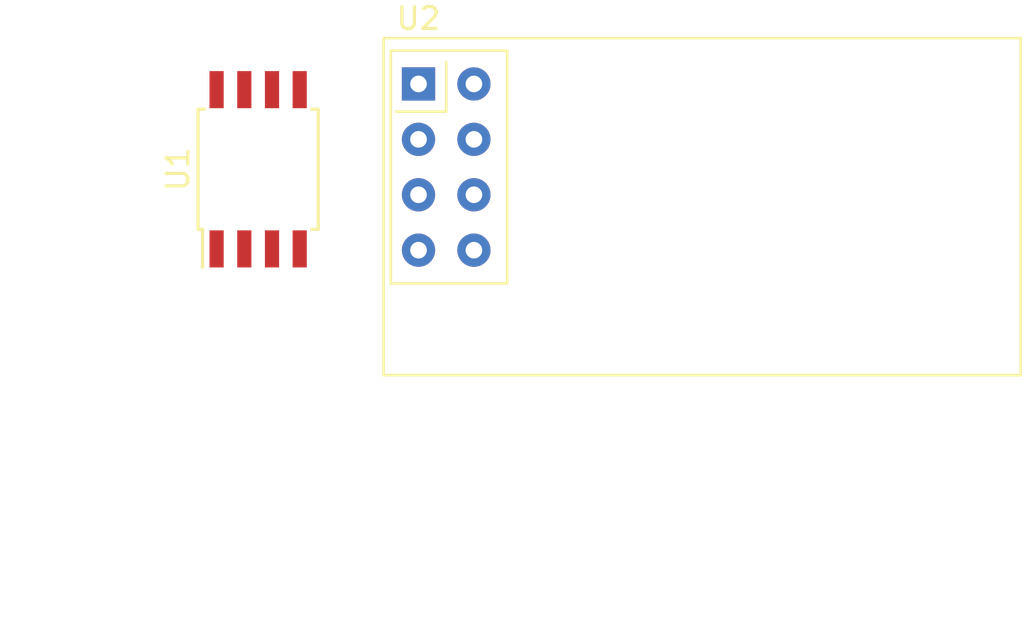
<source format=kicad_pcb>
(kicad_pcb (version 20171130) (host pcbnew "(5.1.4)-1")

  (general
    (thickness 1.6)
    (drawings 0)
    (tracks 0)
    (zones 0)
    (modules 2)
    (nets 17)
  )

  (page A4)
  (layers
    (0 F.Cu signal)
    (31 B.Cu signal)
    (32 B.Adhes user)
    (33 F.Adhes user)
    (34 B.Paste user)
    (35 F.Paste user)
    (36 B.SilkS user)
    (37 F.SilkS user)
    (38 B.Mask user)
    (39 F.Mask user)
    (40 Dwgs.User user)
    (41 Cmts.User user)
    (42 Eco1.User user)
    (43 Eco2.User user)
    (44 Edge.Cuts user)
    (45 Margin user)
    (46 B.CrtYd user)
    (47 F.CrtYd user)
    (48 B.Fab user)
    (49 F.Fab user)
  )

  (setup
    (last_trace_width 0.25)
    (trace_clearance 0.2)
    (zone_clearance 0.508)
    (zone_45_only no)
    (trace_min 0.2)
    (via_size 0.8)
    (via_drill 0.4)
    (via_min_size 0.4)
    (via_min_drill 0.3)
    (uvia_size 0.3)
    (uvia_drill 0.1)
    (uvias_allowed no)
    (uvia_min_size 0.2)
    (uvia_min_drill 0.1)
    (edge_width 0.05)
    (segment_width 0.2)
    (pcb_text_width 0.3)
    (pcb_text_size 1.5 1.5)
    (mod_edge_width 0.12)
    (mod_text_size 1 1)
    (mod_text_width 0.15)
    (pad_size 1.524 1.524)
    (pad_drill 0.762)
    (pad_to_mask_clearance 0.051)
    (solder_mask_min_width 0.25)
    (aux_axis_origin 0 0)
    (visible_elements FFFFFF7F)
    (pcbplotparams
      (layerselection 0x010fc_ffffffff)
      (usegerberextensions false)
      (usegerberattributes false)
      (usegerberadvancedattributes false)
      (creategerberjobfile false)
      (excludeedgelayer true)
      (linewidth 0.100000)
      (plotframeref false)
      (viasonmask false)
      (mode 1)
      (useauxorigin false)
      (hpglpennumber 1)
      (hpglpenspeed 20)
      (hpglpendiameter 15.000000)
      (psnegative false)
      (psa4output false)
      (plotreference true)
      (plotvalue true)
      (plotinvisibletext false)
      (padsonsilk false)
      (subtractmaskfromsilk false)
      (outputformat 1)
      (mirror false)
      (drillshape 1)
      (scaleselection 1)
      (outputdirectory ""))
  )

  (net 0 "")
  (net 1 "Net-(U1-Pad8)")
  (net 2 "Net-(U1-Pad7)")
  (net 3 "Net-(U1-Pad6)")
  (net 4 "Net-(U1-Pad5)")
  (net 5 "Net-(U1-Pad4)")
  (net 6 "Net-(U1-Pad3)")
  (net 7 "Net-(U1-Pad2)")
  (net 8 "Net-(U1-Pad1)")
  (net 9 "Net-(U2-Pad8)")
  (net 10 "Net-(U2-Pad7)")
  (net 11 "Net-(U2-Pad6)")
  (net 12 "Net-(U2-Pad5)")
  (net 13 "Net-(U2-Pad4)")
  (net 14 "Net-(U2-Pad3)")
  (net 15 "Net-(U2-Pad2)")
  (net 16 "Net-(U2-Pad1)")

  (net_class Default "Esta es la clase de red por defecto."
    (clearance 0.2)
    (trace_width 0.25)
    (via_dia 0.8)
    (via_drill 0.4)
    (uvia_dia 0.3)
    (uvia_drill 0.1)
    (add_net "Net-(U1-Pad1)")
    (add_net "Net-(U1-Pad2)")
    (add_net "Net-(U1-Pad3)")
    (add_net "Net-(U1-Pad4)")
    (add_net "Net-(U1-Pad5)")
    (add_net "Net-(U1-Pad6)")
    (add_net "Net-(U1-Pad7)")
    (add_net "Net-(U1-Pad8)")
    (add_net "Net-(U2-Pad1)")
    (add_net "Net-(U2-Pad2)")
    (add_net "Net-(U2-Pad3)")
    (add_net "Net-(U2-Pad4)")
    (add_net "Net-(U2-Pad5)")
    (add_net "Net-(U2-Pad6)")
    (add_net "Net-(U2-Pad7)")
    (add_net "Net-(U2-Pad8)")
  )

  (module RF_Module:nRF24L01_Breakout (layer F.Cu) (tedit 5A056C61) (tstamp 5DA95089)
    (at 126.413 69.241)
    (descr "nRF24L01 breakout board")
    (tags "nRF24L01 adapter breakout")
    (path /5DAC5AE4)
    (fp_text reference U2 (at 0 -3) (layer F.SilkS)
      (effects (font (size 1 1) (thickness 0.15)))
    )
    (fp_text value NRF24L01_Breakout (at 13 5) (layer F.Fab)
      (effects (font (size 1 1) (thickness 0.15)))
    )
    (fp_text user %R (at 12.5 2.5) (layer F.Fab)
      (effects (font (size 1 1) (thickness 0.15)))
    )
    (fp_line (start 27.75 -2.25) (end 27.75 -2.25) (layer F.CrtYd) (width 0.05))
    (fp_line (start 27.75 13.5) (end 27.75 -2.25) (layer F.CrtYd) (width 0.05))
    (fp_line (start -1.75 13.5) (end 27.75 13.5) (layer F.CrtYd) (width 0.05))
    (fp_line (start -1.75 -2.25) (end -1.75 13.5) (layer F.CrtYd) (width 0.05))
    (fp_line (start 27.75 -2.25) (end -1.75 -2.25) (layer F.CrtYd) (width 0.05))
    (fp_line (start -1.27 -1.524) (end -1.27 -1.524) (layer F.SilkS) (width 0.12))
    (fp_line (start -1.27 9.144) (end -1.27 -1.524) (layer F.SilkS) (width 0.12))
    (fp_line (start -1.6 -2.1) (end -1.6 -2.1) (layer F.SilkS) (width 0.12))
    (fp_line (start -1.6 13.35) (end -1.6 -2.1) (layer F.SilkS) (width 0.12))
    (fp_line (start 27.6 13.35) (end -1.6 13.35) (layer F.SilkS) (width 0.12))
    (fp_line (start 27.6 -2.1) (end 27.6 13.35) (layer F.SilkS) (width 0.12))
    (fp_line (start -1.6 -2.1) (end 27.6 -2.1) (layer F.SilkS) (width 0.12))
    (fp_line (start -1.016 1.27) (end -1.016 1.27) (layer F.SilkS) (width 0.12))
    (fp_line (start 1.27 1.27) (end -1.016 1.27) (layer F.SilkS) (width 0.12))
    (fp_line (start 1.27 -1.016) (end 1.27 1.27) (layer F.SilkS) (width 0.12))
    (fp_line (start -1.27 9.144) (end -1.27 9.144) (layer F.SilkS) (width 0.12))
    (fp_line (start 4.064 9.144) (end -1.27 9.144) (layer F.SilkS) (width 0.12))
    (fp_line (start 4.064 -1.524) (end 4.064 9.144) (layer F.SilkS) (width 0.12))
    (fp_line (start -1.27 -1.524) (end 4.064 -1.524) (layer F.SilkS) (width 0.12))
    (fp_line (start -1.27 -1.27) (end -1.27 -1.27) (layer F.Fab) (width 0.1))
    (fp_line (start -1.27 8.89) (end -1.27 -1.27) (layer F.Fab) (width 0.1))
    (fp_line (start 3.81 8.89) (end -1.27 8.89) (layer F.Fab) (width 0.1))
    (fp_line (start 3.81 -1.27) (end 3.81 8.89) (layer F.Fab) (width 0.1))
    (fp_line (start -1.27 -1.27) (end 3.81 -1.27) (layer F.Fab) (width 0.1))
    (fp_line (start -1.5 -2) (end -1.5 -2) (layer F.Fab) (width 0.1))
    (fp_line (start -1.5 13.25) (end -1.5 -2) (layer F.Fab) (width 0.1))
    (fp_line (start 27.5 13.25) (end -1.5 13.25) (layer F.Fab) (width 0.1))
    (fp_line (start 27.5 -2) (end 27.5 13.25) (layer F.Fab) (width 0.1))
    (fp_line (start -1.5 -2) (end 27.5 -2) (layer F.Fab) (width 0.1))
    (pad 8 thru_hole circle (at 2.54 7.62) (size 1.524 1.524) (drill 0.762) (layers *.Cu *.Mask)
      (net 9 "Net-(U2-Pad8)"))
    (pad 7 thru_hole circle (at 0 7.62) (size 1.524 1.524) (drill 0.762) (layers *.Cu *.Mask)
      (net 10 "Net-(U2-Pad7)"))
    (pad 6 thru_hole circle (at 2.54 5.08) (size 1.524 1.524) (drill 0.762) (layers *.Cu *.Mask)
      (net 11 "Net-(U2-Pad6)"))
    (pad 5 thru_hole circle (at 0 5.08) (size 1.524 1.524) (drill 0.762) (layers *.Cu *.Mask)
      (net 12 "Net-(U2-Pad5)"))
    (pad 4 thru_hole circle (at 2.54 2.54) (size 1.524 1.524) (drill 0.762) (layers *.Cu *.Mask)
      (net 13 "Net-(U2-Pad4)"))
    (pad 3 thru_hole circle (at 0 2.54) (size 1.524 1.524) (drill 0.762) (layers *.Cu *.Mask)
      (net 14 "Net-(U2-Pad3)"))
    (pad 2 thru_hole circle (at 2.54 0) (size 1.524 1.524) (drill 0.762) (layers *.Cu *.Mask)
      (net 15 "Net-(U2-Pad2)"))
    (pad 1 thru_hole rect (at 0 0) (size 1.524 1.524) (drill 0.762) (layers *.Cu *.Mask)
      (net 16 "Net-(U2-Pad1)"))
    (model ${KISYS3DMOD}/RF_Module.3dshapes/nRF24L01_Breakout.wrl
      (at (xyz 0 0 0))
      (scale (xyz 1 1 1))
      (rotate (xyz 0 0 0))
    )
  )

  (module Package_SO:SOIJ-8_5.3x5.3mm_P1.27mm (layer F.Cu) (tedit 5A02F2D3) (tstamp 5DA9505F)
    (at 119.0625 73.152 90)
    (descr "8-Lead Plastic Small Outline (SM) - Medium, 5.28 mm Body [SOIC] (see Microchip Packaging Specification 00000049BS.pdf)")
    (tags "SOIC 1.27")
    (path /5DAC5434)
    (attr smd)
    (fp_text reference U1 (at 0 -3.68 90) (layer F.SilkS)
      (effects (font (size 1 1) (thickness 0.15)))
    )
    (fp_text value ATtiny85-20SU (at 0 3.68 90) (layer F.Fab)
      (effects (font (size 1 1) (thickness 0.15)))
    )
    (fp_line (start -2.75 -2.55) (end -4.5 -2.55) (layer F.SilkS) (width 0.15))
    (fp_line (start -2.75 2.755) (end 2.75 2.755) (layer F.SilkS) (width 0.15))
    (fp_line (start -2.75 -2.755) (end 2.75 -2.755) (layer F.SilkS) (width 0.15))
    (fp_line (start -2.75 2.755) (end -2.75 2.455) (layer F.SilkS) (width 0.15))
    (fp_line (start 2.75 2.755) (end 2.75 2.455) (layer F.SilkS) (width 0.15))
    (fp_line (start 2.75 -2.755) (end 2.75 -2.455) (layer F.SilkS) (width 0.15))
    (fp_line (start -2.75 -2.755) (end -2.75 -2.55) (layer F.SilkS) (width 0.15))
    (fp_line (start -4.75 2.95) (end 4.75 2.95) (layer F.CrtYd) (width 0.05))
    (fp_line (start -4.75 -2.95) (end 4.75 -2.95) (layer F.CrtYd) (width 0.05))
    (fp_line (start 4.75 -2.95) (end 4.75 2.95) (layer F.CrtYd) (width 0.05))
    (fp_line (start -4.75 -2.95) (end -4.75 2.95) (layer F.CrtYd) (width 0.05))
    (fp_line (start -2.65 -1.65) (end -1.65 -2.65) (layer F.Fab) (width 0.15))
    (fp_line (start -2.65 2.65) (end -2.65 -1.65) (layer F.Fab) (width 0.15))
    (fp_line (start 2.65 2.65) (end -2.65 2.65) (layer F.Fab) (width 0.15))
    (fp_line (start 2.65 -2.65) (end 2.65 2.65) (layer F.Fab) (width 0.15))
    (fp_line (start -1.65 -2.65) (end 2.65 -2.65) (layer F.Fab) (width 0.15))
    (fp_text user %R (at -19.558 -10.9855 90) (layer F.Fab)
      (effects (font (size 1 1) (thickness 0.15)))
    )
    (pad 8 smd rect (at 3.65 -1.905 90) (size 1.7 0.65) (layers F.Cu F.Paste F.Mask)
      (net 1 "Net-(U1-Pad8)"))
    (pad 7 smd rect (at 3.65 -0.635 90) (size 1.7 0.65) (layers F.Cu F.Paste F.Mask)
      (net 2 "Net-(U1-Pad7)"))
    (pad 6 smd rect (at 3.65 0.635 90) (size 1.7 0.65) (layers F.Cu F.Paste F.Mask)
      (net 3 "Net-(U1-Pad6)"))
    (pad 5 smd rect (at 3.65 1.905 90) (size 1.7 0.65) (layers F.Cu F.Paste F.Mask)
      (net 4 "Net-(U1-Pad5)"))
    (pad 4 smd rect (at -3.65 1.905 90) (size 1.7 0.65) (layers F.Cu F.Paste F.Mask)
      (net 5 "Net-(U1-Pad4)"))
    (pad 3 smd rect (at -3.65 0.635 90) (size 1.7 0.65) (layers F.Cu F.Paste F.Mask)
      (net 6 "Net-(U1-Pad3)"))
    (pad 2 smd rect (at -3.65 -0.635 90) (size 1.7 0.65) (layers F.Cu F.Paste F.Mask)
      (net 7 "Net-(U1-Pad2)"))
    (pad 1 smd rect (at -3.65 -1.905 90) (size 1.7 0.65) (layers F.Cu F.Paste F.Mask)
      (net 8 "Net-(U1-Pad1)"))
    (model ${KISYS3DMOD}/Package_SO.3dshapes/SOIJ-8_5.3x5.3mm_P1.27mm.wrl
      (at (xyz 0 0 0))
      (scale (xyz 1 1 1))
      (rotate (xyz 0 0 0))
    )
  )

)

</source>
